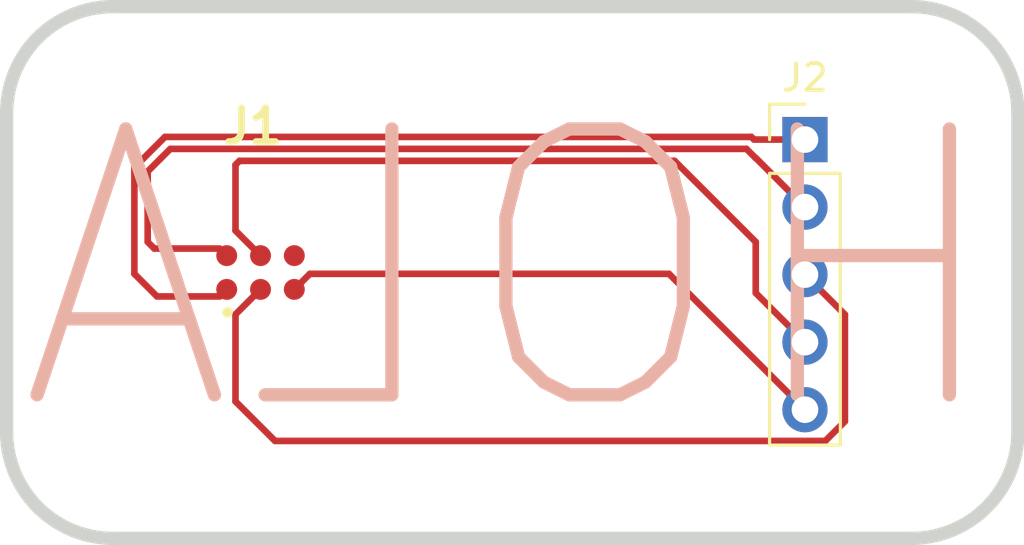
<source format=kicad_pcb>
(kicad_pcb (version 20171130) (host pcbnew "(5.1.10)-1")

  (general
    (thickness 1.6)
    (drawings 9)
    (tracks 36)
    (zones 0)
    (modules 2)
    (nets 7)
  )

  (page A4)
  (layers
    (0 F.Cu signal)
    (31 B.Cu signal)
    (32 B.Adhes user)
    (33 F.Adhes user)
    (34 B.Paste user)
    (35 F.Paste user)
    (36 B.SilkS user)
    (37 F.SilkS user)
    (38 B.Mask user)
    (39 F.Mask user)
    (40 Dwgs.User user)
    (41 Cmts.User user)
    (42 Eco1.User user)
    (43 Eco2.User user)
    (44 Edge.Cuts user)
    (45 Margin user)
    (46 B.CrtYd user)
    (47 F.CrtYd user)
    (48 B.Fab user)
    (49 F.Fab user)
  )

  (setup
    (last_trace_width 0.25)
    (trace_clearance 0.2)
    (zone_clearance 0.508)
    (zone_45_only no)
    (trace_min 0.2)
    (via_size 0.8)
    (via_drill 0.4)
    (via_min_size 0.4)
    (via_min_drill 0.3)
    (uvia_size 0.3)
    (uvia_drill 0.1)
    (uvias_allowed no)
    (uvia_min_size 0.2)
    (uvia_min_drill 0.1)
    (edge_width 0.05)
    (segment_width 0.2)
    (pcb_text_width 0.3)
    (pcb_text_size 1.5 1.5)
    (mod_edge_width 0.12)
    (mod_text_size 1 1)
    (mod_text_width 0.15)
    (pad_size 1.524 1.524)
    (pad_drill 0.762)
    (pad_to_mask_clearance 0)
    (aux_axis_origin 0 0)
    (visible_elements FFFFFF7F)
    (pcbplotparams
      (layerselection 0x010fc_ffffffff)
      (usegerberextensions false)
      (usegerberattributes true)
      (usegerberadvancedattributes true)
      (creategerberjobfile true)
      (excludeedgelayer true)
      (linewidth 0.100000)
      (plotframeref false)
      (viasonmask false)
      (mode 1)
      (useauxorigin false)
      (hpglpennumber 1)
      (hpglpenspeed 20)
      (hpglpendiameter 15.000000)
      (psnegative false)
      (psa4output false)
      (plotreference true)
      (plotvalue true)
      (plotinvisibletext false)
      (padsonsilk false)
      (subtractmaskfromsilk false)
      (outputformat 1)
      (mirror false)
      (drillshape 1)
      (scaleselection 1)
      (outputdirectory ""))
  )

  (net 0 "")
  (net 1 RESET)
  (net 2 GND)
  (net 3 "Net-(J1-Pad6)")
  (net 4 SWCLK)
  (net 5 SWDIO)
  (net 6 +3.3V)

  (net_class Default "This is the default net class."
    (clearance 0.2)
    (trace_width 0.25)
    (via_dia 0.8)
    (via_drill 0.4)
    (uvia_dia 0.3)
    (uvia_drill 0.1)
    (add_net +3.3V)
    (add_net GND)
    (add_net "Net-(J1-Pad6)")
    (add_net RESET)
    (add_net SWCLK)
    (add_net SWDIO)
  )

  (module Connector_PinHeader_2.54mm:PinHeader_1x05_P2.54mm_Vertical (layer F.Cu) (tedit 59FED5CC) (tstamp 614ABCF1)
    (at 166 85)
    (descr "Through hole straight pin header, 1x05, 2.54mm pitch, single row")
    (tags "Through hole pin header THT 1x05 2.54mm single row")
    (path /614ADCB1)
    (fp_text reference J2 (at 0 -2.33) (layer F.SilkS)
      (effects (font (size 1 1) (thickness 0.15)))
    )
    (fp_text value Conn_01x05_Male (at 2.5 5 90) (layer F.Fab)
      (effects (font (size 1 1) (thickness 0.15)))
    )
    (fp_text user %R (at 0 5.08 90) (layer F.Fab)
      (effects (font (size 1 1) (thickness 0.15)))
    )
    (fp_line (start -0.635 -1.27) (end 1.27 -1.27) (layer F.Fab) (width 0.1))
    (fp_line (start 1.27 -1.27) (end 1.27 11.43) (layer F.Fab) (width 0.1))
    (fp_line (start 1.27 11.43) (end -1.27 11.43) (layer F.Fab) (width 0.1))
    (fp_line (start -1.27 11.43) (end -1.27 -0.635) (layer F.Fab) (width 0.1))
    (fp_line (start -1.27 -0.635) (end -0.635 -1.27) (layer F.Fab) (width 0.1))
    (fp_line (start -1.33 11.49) (end 1.33 11.49) (layer F.SilkS) (width 0.12))
    (fp_line (start -1.33 1.27) (end -1.33 11.49) (layer F.SilkS) (width 0.12))
    (fp_line (start 1.33 1.27) (end 1.33 11.49) (layer F.SilkS) (width 0.12))
    (fp_line (start -1.33 1.27) (end 1.33 1.27) (layer F.SilkS) (width 0.12))
    (fp_line (start -1.33 0) (end -1.33 -1.33) (layer F.SilkS) (width 0.12))
    (fp_line (start -1.33 -1.33) (end 0 -1.33) (layer F.SilkS) (width 0.12))
    (fp_line (start -1.8 -1.8) (end -1.8 11.95) (layer F.CrtYd) (width 0.05))
    (fp_line (start -1.8 11.95) (end 1.8 11.95) (layer F.CrtYd) (width 0.05))
    (fp_line (start 1.8 11.95) (end 1.8 -1.8) (layer F.CrtYd) (width 0.05))
    (fp_line (start 1.8 -1.8) (end -1.8 -1.8) (layer F.CrtYd) (width 0.05))
    (pad 5 thru_hole oval (at 0 10.16) (size 1.7 1.7) (drill 1) (layers *.Cu *.Mask)
      (net 4 SWCLK))
    (pad 4 thru_hole oval (at 0 7.62) (size 1.7 1.7) (drill 1) (layers *.Cu *.Mask)
      (net 1 RESET))
    (pad 3 thru_hole oval (at 0 5.08) (size 1.7 1.7) (drill 1) (layers *.Cu *.Mask)
      (net 5 SWDIO))
    (pad 2 thru_hole oval (at 0 2.54) (size 1.7 1.7) (drill 1) (layers *.Cu *.Mask)
      (net 2 GND))
    (pad 1 thru_hole rect (at 0 0) (size 1.7 1.7) (drill 1) (layers *.Cu *.Mask)
      (net 6 +3.3V))
    (model ${KISYS3DMOD}/Connector_PinHeader_2.54mm.3dshapes/PinHeader_1x05_P2.54mm_Vertical.wrl
      (at (xyz 0 0 0))
      (scale (xyz 1 1 1))
      (rotate (xyz 0 0 0))
    )
  )

  (module .pretty:80616 (layer F.Cu) (tedit 0) (tstamp 614ABB53)
    (at 143 90)
    (descr 8.06.16)
    (tags Connector)
    (path /614AA599)
    (fp_text reference J1 (at 2.25 -5.5) (layer F.SilkS)
      (effects (font (size 1.27 1.27) (thickness 0.254)))
    )
    (fp_text value 8.06.16 (at 2.194 0) (layer F.SilkS) hide
      (effects (font (size 1.27 1.27) (thickness 0.254)))
    )
    (fp_arc (start 1.3 1.5) (end 1.4 1.5) (angle 180) (layer F.SilkS) (width 0.2))
    (fp_arc (start 1.3 1.5) (end 1.2 1.5) (angle 180) (layer F.SilkS) (width 0.2))
    (fp_text user %R (at 2.194 0) (layer F.Fab)
      (effects (font (size 1.27 1.27) (thickness 0.254)))
    )
    (fp_line (start -2.225 -4.766) (end 6.614 -4.766) (layer F.CrtYd) (width 0.1))
    (fp_line (start 6.614 -4.766) (end 6.614 4.766) (layer F.CrtYd) (width 0.1))
    (fp_line (start 6.614 4.766) (end -2.225 4.766) (layer F.CrtYd) (width 0.1))
    (fp_line (start -2.225 4.766) (end -2.225 -4.766) (layer F.CrtYd) (width 0.1))
    (fp_line (start -1.4 -3.9) (end 5.8 -3.9) (layer F.Fab) (width 0.2))
    (fp_line (start 5.8 -3.9) (end 5.8 3.9) (layer F.Fab) (width 0.2))
    (fp_line (start 5.8 3.9) (end -1.4 3.9) (layer F.Fab) (width 0.2))
    (fp_line (start -1.4 3.9) (end -1.4 -3.9) (layer F.Fab) (width 0.2))
    (fp_line (start 1.2 1.5) (end 1.2 1.5) (layer F.SilkS) (width 0.2))
    (fp_line (start 1.4 1.5) (end 1.4 1.5) (layer F.SilkS) (width 0.2))
    (pad 13 np_thru_hole circle (at 5.08 1.016) (size 1.067 0) (drill 1.067) (layers *.Cu *.Mask))
    (pad 12 np_thru_hole circle (at 5.08 -1.016) (size 1.067 0) (drill 1.067) (layers *.Cu *.Mask))
    (pad 11 np_thru_hole circle (at 0 0) (size 1.067 0) (drill 1.067) (layers *.Cu *.Mask))
    (pad 10 np_thru_hole circle (at 3.175 2.54) (size 2.451 0) (drill 2.451) (layers *.Cu *.Mask))
    (pad 9 np_thru_hole circle (at 0 2.54) (size 2.451 0) (drill 2.451) (layers *.Cu *.Mask))
    (pad 8 np_thru_hole circle (at 3.175 -2.54) (size 2.451 0) (drill 2.451) (layers *.Cu *.Mask))
    (pad 7 np_thru_hole circle (at 0 -2.54) (size 2.451 0) (drill 2.451) (layers *.Cu *.Mask))
    (pad 6 smd circle (at 3.81 -0.635 90) (size 0.787 0.787) (layers F.Cu F.Paste F.Mask)
      (net 3 "Net-(J1-Pad6)"))
    (pad 5 smd circle (at 3.81 0.635 90) (size 0.787 0.787) (layers F.Cu F.Paste F.Mask)
      (net 4 SWCLK))
    (pad 4 smd circle (at 2.54 -0.635 90) (size 0.787 0.787) (layers F.Cu F.Paste F.Mask)
      (net 1 RESET))
    (pad 3 smd circle (at 2.54 0.635 90) (size 0.787 0.787) (layers F.Cu F.Paste F.Mask)
      (net 5 SWDIO))
    (pad 2 smd circle (at 1.27 -0.635 90) (size 0.787 0.787) (layers F.Cu F.Paste F.Mask)
      (net 2 GND))
    (pad 1 smd circle (at 1.27 0.635 90) (size 0.787 0.787) (layers F.Cu F.Paste F.Mask)
      (net 6 +3.3V))
    (model 8.06.16.stp
      (offset (xyz 2.650000055568408 0 36.5499986881354))
      (scale (xyz 1 1 1))
      (rotate (xyz -90 0 0))
    )
  )

  (gr_arc (start 140 84) (end 140 80) (angle -90) (layer Edge.Cuts) (width 0.5) (tstamp 614AC218))
  (gr_arc (start 140 96) (end 136 96) (angle -90) (layer Edge.Cuts) (width 0.5) (tstamp 614AC218))
  (gr_arc (start 170 96) (end 170 100) (angle -90) (layer Edge.Cuts) (width 0.5) (tstamp 614AC218))
  (gr_arc (start 170 84) (end 174 84) (angle -90) (layer Edge.Cuts) (width 0.5))
  (gr_text HOLA (at 155 90) (layer B.SilkS)
    (effects (font (size 10 10) (thickness 0.5)) (justify mirror))
  )
  (gr_line (start 174 84) (end 174 96) (layer Edge.Cuts) (width 0.5))
  (gr_line (start 140 80) (end 170 80) (layer Edge.Cuts) (width 0.5) (tstamp 614ABBAD))
  (gr_line (start 136 96) (end 136 84) (layer Edge.Cuts) (width 0.5))
  (gr_line (start 170 100) (end 140 100) (layer Edge.Cuts) (width 0.5))

  (segment (start 161.1 85.8) (end 164.15 88.85) (width 0.25) (layer F.Cu) (net 1))
  (segment (start 144.75 85.8) (end 161.1 85.8) (width 0.25) (layer F.Cu) (net 1))
  (segment (start 144.6 85.95) (end 144.75 85.8) (width 0.25) (layer F.Cu) (net 1))
  (segment (start 144.6 88.425) (end 144.6 85.95) (width 0.25) (layer F.Cu) (net 1))
  (segment (start 145.54 89.365) (end 144.6 88.425) (width 0.25) (layer F.Cu) (net 1))
  (segment (start 164.15 90.77) (end 164.15 88.85) (width 0.25) (layer F.Cu) (net 1))
  (segment (start 166 92.62) (end 164.15 90.77) (width 0.25) (layer F.Cu) (net 1))
  (segment (start 144.27 89.365) (end 144.005 89.1) (width 0.25) (layer F.Cu) (net 2))
  (segment (start 144.005 89.1) (end 141.55 89.1) (width 0.25) (layer F.Cu) (net 2))
  (segment (start 141.55 89.1) (end 141.3 88.85) (width 0.25) (layer F.Cu) (net 2))
  (segment (start 141.3 88.85) (end 141.3 86.2) (width 0.25) (layer F.Cu) (net 2))
  (segment (start 141.3 86.2) (end 141.8 85.7) (width 0.25) (layer F.Cu) (net 2))
  (segment (start 164.16 85.7) (end 166 87.54) (width 0.25) (layer F.Cu) (net 2))
  (segment (start 164.16 85.7) (end 164.15 85.7) (width 0.25) (layer F.Cu) (net 2))
  (segment (start 142.15001 85.34999) (end 141.8 85.7) (width 0.25) (layer F.Cu) (net 2))
  (segment (start 163.79999 85.34999) (end 142.15001 85.34999) (width 0.25) (layer F.Cu) (net 2))
  (segment (start 164.15 85.7) (end 163.79999 85.34999) (width 0.25) (layer F.Cu) (net 2))
  (segment (start 146.81 90.635) (end 147.395 90.05) (width 0.25) (layer F.Cu) (net 4))
  (segment (start 160.89 90.05) (end 166 95.16) (width 0.25) (layer F.Cu) (net 4))
  (segment (start 147.395 90.05) (end 160.89 90.05) (width 0.25) (layer F.Cu) (net 4))
  (segment (start 144.6 91.575) (end 145.54 90.635) (width 0.25) (layer F.Cu) (net 5))
  (segment (start 146.085001 96.335001) (end 144.6 94.85) (width 0.25) (layer F.Cu) (net 5))
  (segment (start 167.5 95.6) (end 166.764999 96.335001) (width 0.25) (layer F.Cu) (net 5))
  (segment (start 167.5 91.58) (end 167.5 95.6) (width 0.25) (layer F.Cu) (net 5))
  (segment (start 144.6 94.85) (end 144.6 91.575) (width 0.25) (layer F.Cu) (net 5))
  (segment (start 166.764999 96.335001) (end 146.085001 96.335001) (width 0.25) (layer F.Cu) (net 5))
  (segment (start 166 90.08) (end 167.5 91.58) (width 0.25) (layer F.Cu) (net 5))
  (segment (start 165.75001 85.24999) (end 166 85) (width 0.25) (layer F.Cu) (net 6))
  (segment (start 144.005 90.9) (end 144.27 90.635) (width 0.25) (layer F.Cu) (net 6))
  (segment (start 141.65 90.9) (end 144.005 90.9) (width 0.25) (layer F.Cu) (net 6))
  (segment (start 140.8 86.05) (end 140.8 90.05) (width 0.25) (layer F.Cu) (net 6))
  (segment (start 141.95002 84.89998) (end 140.8 86.05) (width 0.25) (layer F.Cu) (net 6))
  (segment (start 164.08641 85) (end 163.98639 84.89998) (width 0.25) (layer F.Cu) (net 6))
  (segment (start 140.8 90.05) (end 141.65 90.9) (width 0.25) (layer F.Cu) (net 6))
  (segment (start 163.98639 84.89998) (end 141.95002 84.89998) (width 0.25) (layer F.Cu) (net 6))
  (segment (start 166 85) (end 164.08641 85) (width 0.25) (layer F.Cu) (net 6))

)

</source>
